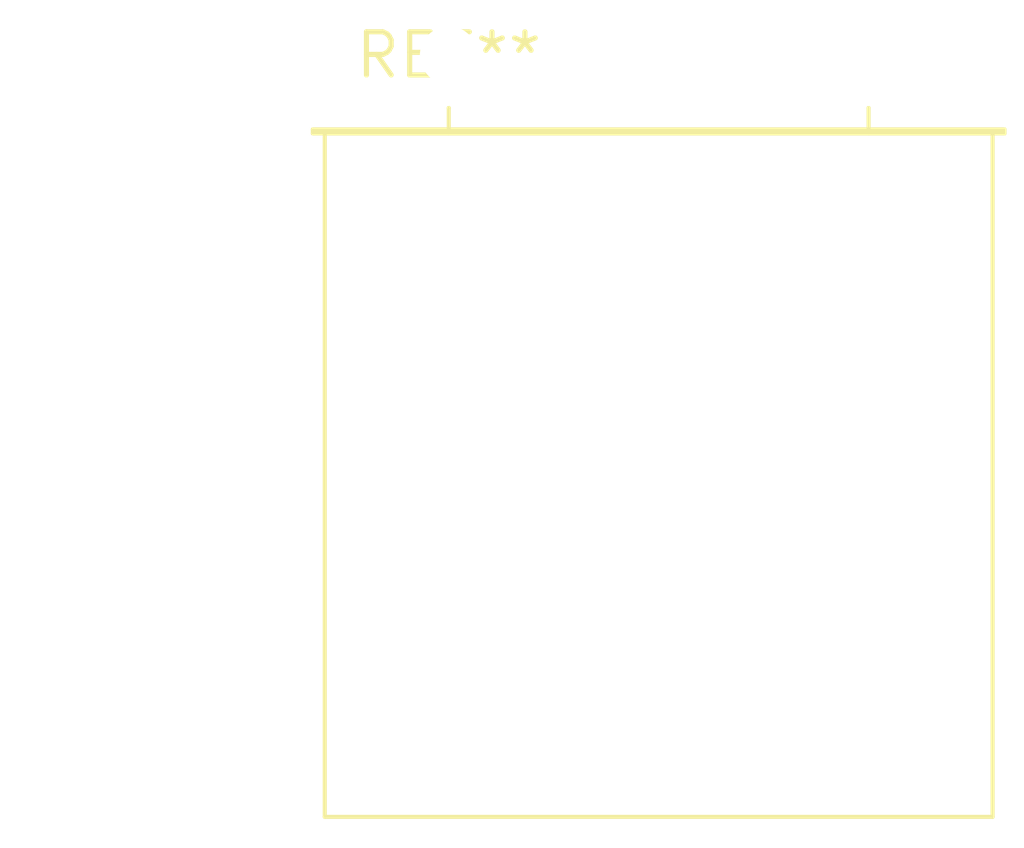
<source format=kicad_pcb>
(kicad_pcb (version 20240108) (generator pcbnew)
  (layers (0 "F.Cu" signal) (31 "B.Cu" signal) (34 "B.Paste" user) (35 "F.Paste" user) (36 "B.SilkS" user "B.Silkscreen") (37 "F.SilkS" user "F.Silkscreen") (38 "B.Mask" user) (39 "F.Mask" user) (44 "Edge.Cuts" user))
  (net 0 "")
  (footprint "Crystal_HC33-U_Horizontal" (layer "F.Cu") (at 0 0)
    (property "Reference" "REF**")
    (property "Value" "Crystal_HC33-U_Horizontal")
    (fp_line (start -3.995 2.18) (end 16.335 2.18) (layer "F.SilkS") (stroke (width 0.12)))
    (fp_line (start -3.995 2.3) (end -3.995 2.18) (layer "F.SilkS") (stroke (width 0.12)))
    (fp_line (start -3.645 2.3) (end -3.645 22.4) (layer "F.SilkS") (stroke (width 0.12)))
    (fp_line (start -3.645 22.4) (end 15.985 22.4) (layer "F.SilkS") (stroke (width 0.12)))
    (fp_line (start 0 1.55) (end 0 1.55) (layer "F.SilkS") (stroke (width 0.12)))
    (fp_line (start 0 2.3) (end 0 1.55) (layer "F.SilkS") (stroke (width 0.12)))
    (fp_line (start 12.34 1.55) (end 12.34 1.55) (layer "F.SilkS") (stroke (width 0.12)))
    (fp_line (start 12.34 2.3) (end 12.34 1.55) (layer "F.SilkS") (stroke (width 0.12)))
    (fp_line (start 15.985 2.3) (end -3.645 2.3) (layer "F.SilkS") (stroke (width 0.12)))
    (fp_line (start 15.985 22.4) (end 15.985 2.3) (layer "F.SilkS") (stroke (width 0.12)))
    (fp_line (start 16.335 2.18) (end 16.335 2.3) (layer "F.SilkS") (stroke (width 0.12)))
    (fp_line (start 16.335 2.3) (end -3.995 2.3) (layer "F.SilkS") (stroke (width 0.12)))
    (pad "1" thru_hole circle (at 0 0) (size 2.7 2.7) (drill 1.7) (layers *.Cu *.Mask) (remove_unused_layers))
    (pad "2" thru_hole circle (at 12.34 0) (size 2.7 2.7) (drill 1.7) (layers *.Cu *.Mask) (remove_unused_layers))
  )
)
</source>
